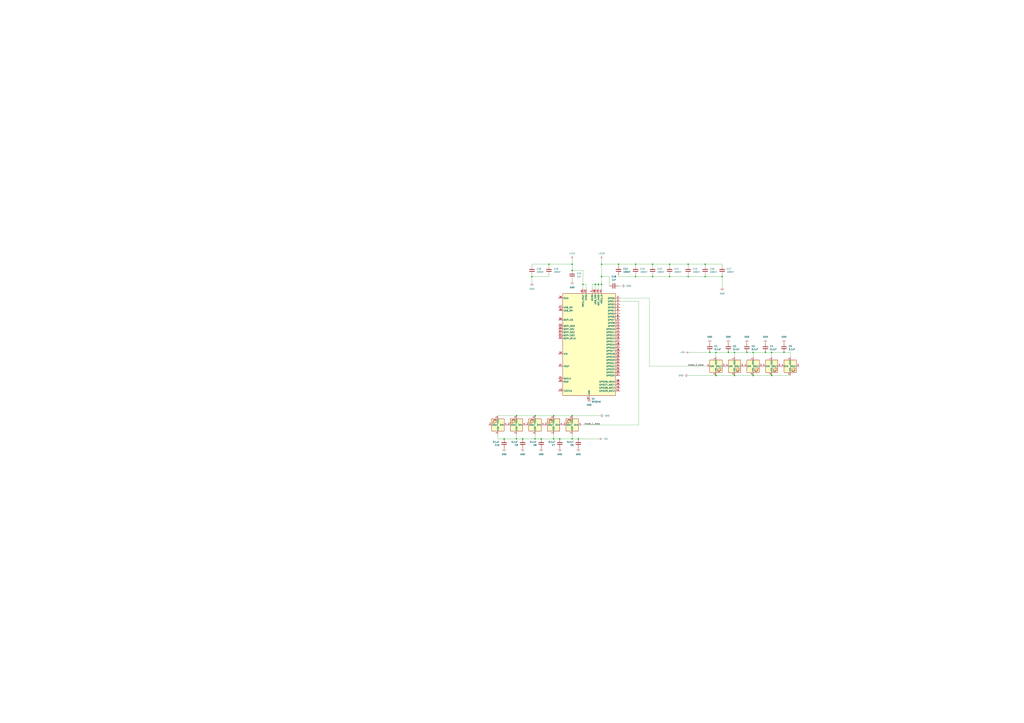
<source format=kicad_sch>
(kicad_sch (version 20230121) (generator eeschema)
  (paper "A1")
  (lib_symbols
    (symbol "Device:C" (pin_numbers hide) (pin_names (offset 0.254))
      (property "Reference" "C" (at 0.635 2.54 0))
      (property "Value" "C" (at 0.635 -2.54 0))
      (symbol "C_0_1"
        (polyline (pts (xy -2.032 -0.762) (xy 2.032 -0.762)) (stroke (width 0.508)))
        (polyline (pts (xy -2.032 0.762) (xy 2.032 0.762)) (stroke (width 0.508)))
      )
      (symbol "C_1_1"
        (pin passive line (at 0 3.81 270) (length 2.794) (name "~") (number "1"))
        (pin passive line (at 0 -3.81 90) (length 2.794) (name "~") (number "2"))
      )
    )
    (symbol "LED:WS2812B" (pin_names (offset 0.254))
      (property "Reference" "D" (at 5.08 5.715 0))
      (property "Value" "WS2812B" (at 1.27 -5.715 0))
      (symbol "WS2812B_0_0"
        (text "RGB" (at 2.286 -4.191 0) (effects (font (size 0.762 0.762))))
      )
      (symbol "WS2812B_0_1"
        (polyline (pts (xy 1.27 -3.556) (xy 1.778 -3.556)))
        (polyline (pts (xy 1.27 -2.54) (xy 1.778 -2.54)))
        (polyline (pts (xy 4.699 -3.556) (xy 2.667 -3.556)))
        (polyline (pts (xy 2.286 -2.54) (xy 1.27 -3.556) (xy 1.27 -3.048)))
        (polyline (pts (xy 2.286 -1.524) (xy 1.27 -2.54) (xy 1.27 -2.032)))
        (polyline (pts (xy 3.683 -1.016) (xy 3.683 -3.556) (xy 3.683 -4.064)))
        (polyline (pts (xy 4.699 -1.524) (xy 2.667 -1.524) (xy 3.683 -3.556) (xy 4.699 -1.524)))
        (rectangle (start 5.08 5.08) (end -5.08 -5.08) (stroke (width 0.254)) (fill (type background)))
      )
      (symbol "WS2812B_1_1"
        (pin power_in line (at 0 7.62 270) (length 2.54) (name "VDD") (number "1"))
        (pin output line (at 7.62 0 180) (length 2.54) (name "DOUT") (number "2"))
        (pin power_in line (at 0 -7.62 90) (length 2.54) (name "VSS") (number "3"))
        (pin input line (at -7.62 0 0) (length 2.54) (name "DIN") (number "4"))
      )
    )
    (symbol "MCU_RaspberryPi:RP2040"
      (property "Reference" "U" (at 17.78 45.72 0))
      (property "Value" "RP2040" (at 17.78 43.18 0))
      (symbol "RP2040_0_1"
        (rectangle (start -21.59 41.91) (end 21.59 -41.91) (stroke (width 0.254)) (fill (type background)))
      )
      (symbol "RP2040_1_1"
        (pin power_in line (at 2.54 45.72 270) (length 3.81) (name "IOVDD") (number "1"))
        (pin passive line (at 2.54 45.72 270) (length 3.81) hide (name "IOVDD") (number "10"))
        (pin bidirectional line (at 25.4 17.78 180) (length 3.81) (name "GPIO8") (number "11"))
        (pin bidirectional line (at 25.4 15.24 180) (length 3.81) (name "GPIO9") (number "12"))
        (pin bidirectional line (at 25.4 12.7 180) (length 3.81) (name "GPIO10") (number "13"))
        (pin bidirectional line (at 25.4 10.16 180) (length 3.81) (name "GPIO11") (number "14"))
        (pin bidirectional line (at 25.4 7.62 180) (length 3.81) (name "GPIO12") (number "15"))
        (pin bidirectional line (at 25.4 5.08 180) (length 3.81) (name "GPIO13") (number "16"))
        (pin bidirectional line (at 25.4 2.54 180) (length 3.81) (name "GPIO14") (number "17"))
        (pin bidirectional line (at 25.4 0 180) (length 3.81) (name "GPIO15") (number "18"))
        (pin input line (at -25.4 -38.1 0) (length 3.81) (name "TESTEN") (number "19"))
        (pin bidirectional line (at 25.4 38.1 180) (length 3.81) (name "GPIO0") (number "2"))
        (pin input line (at -25.4 -7.62 0) (length 3.81) (name "XIN") (number "20"))
        (pin passive line (at -25.4 -17.78 0) (length 3.81) (name "XOUT") (number "21"))
        (pin passive line (at 2.54 45.72 270) (length 3.81) hide (name "IOVDD") (number "22"))
        (pin power_in line (at -2.54 45.72 270) (length 3.81) (name "DVDD") (number "23"))
        (pin input line (at -25.4 -27.94 0) (length 3.81) (name "SWCLK") (number "24"))
        (pin bidirectional line (at -25.4 -30.48 0) (length 3.81) (name "SWD") (number "25"))
        (pin input line (at -25.4 38.1 0) (length 3.81) (name "RUN") (number "26"))
        (pin bidirectional line (at 25.4 -2.54 180) (length 3.81) (name "GPIO16") (number "27"))
        (pin bidirectional line (at 25.4 -5.08 180) (length 3.81) (name "GPIO17") (number "28"))
        (pin bidirectional line (at 25.4 -7.62 180) (length 3.81) (name "GPIO18") (number "29"))
        (pin bidirectional line (at 25.4 35.56 180) (length 3.81) (name "GPIO1") (number "3"))
        (pin bidirectional line (at 25.4 -10.16 180) (length 3.81) (name "GPIO19") (number "30"))
        (pin bidirectional line (at 25.4 -12.7 180) (length 3.81) (name "GPIO20") (number "31"))
        (pin bidirectional line (at 25.4 -15.24 180) (length 3.81) (name "GPIO21") (number "32"))
        (pin passive line (at 2.54 45.72 270) (length 3.81) hide (name "IOVDD") (number "33"))
        (pin bidirectional line (at 25.4 -17.78 180) (length 3.81) (name "GPIO22") (number "34"))
        (pin bidirectional line (at 25.4 -20.32 180) (length 3.81) (name "GPIO23") (number "35"))
        (pin bidirectional line (at 25.4 -22.86 180) (length 3.81) (name "GPIO24") (number "36"))
        (pin bidirectional line (at 25.4 -25.4 180) (length 3.81) (name "GPIO25") (number "37"))
        (pin bidirectional line (at 25.4 -30.48 180) (length 3.81) (name "GPIO26_ADC0") (number "38"))
        (pin bidirectional line (at 25.4 -33.02 180) (length 3.81) (name "GPIO27_ADC1") (number "39"))
        (pin bidirectional line (at 25.4 33.02 180) (length 3.81) (name "GPIO2") (number "4"))
        (pin bidirectional line (at 25.4 -35.56 180) (length 3.81) (name "GPIO28_ADC2") (number "40"))
        (pin bidirectional line (at 25.4 -38.1 180) (length 3.81) (name "GPIO29_ADC3") (number "41"))
        (pin passive line (at 2.54 45.72 270) (length 3.81) hide (name "IOVDD") (number "42"))
        (pin power_in line (at 7.62 45.72 270) (length 3.81) (name "ADC_AVDD") (number "43"))
        (pin power_in line (at 10.16 45.72 270) (length 3.81) (name "VREG_IN") (number "44"))
        (pin power_out line (at -5.08 45.72 270) (length 3.81) (name "VREG_VOUT") (number "45"))
        (pin bidirectional line (at -25.4 27.94 0) (length 3.81) (name "USB_DM") (number "46"))
        (pin bidirectional line (at -25.4 30.48 0) (length 3.81) (name "USB_DP") (number "47"))
        (pin power_in line (at 5.08 45.72 270) (length 3.81) (name "USB_VDD") (number "48"))
        (pin passive line (at 2.54 45.72 270) (length 3.81) hide (name "IOVDD") (number "49"))
        (pin bidirectional line (at 25.4 30.48 180) (length 3.81) (name "GPIO3") (number "5"))
        (pin passive line (at -2.54 45.72 270) (length 3.81) hide (name "DVDD") (number "50"))
        (pin bidirectional line (at -25.4 7.62 0) (length 3.81) (name "QSPI_SD3") (number "51"))
        (pin output line (at -25.4 5.08 0) (length 3.81) (name "QSPI_SCLK") (number "52"))
        (pin bidirectional line (at -25.4 15.24 0) (length 3.81) (name "QSPI_SD0") (number "53"))
        (pin bidirectional line (at -25.4 10.16 0) (length 3.81) (name "QSPI_SD2") (number "54"))
        (pin bidirectional line (at -25.4 12.7 0) (length 3.81) (name "QSPI_SD1") (number "55"))
        (pin bidirectional line (at -25.4 20.32 0) (length 3.81) (name "QSPI_SS") (number "56"))
        (pin power_in line (at 0 -45.72 90) (length 3.81) (name "GND") (number "57"))
        (pin bidirectional line (at 25.4 27.94 180) (length 3.81) (name "GPIO4") (number "6"))
        (pin bidirectional line (at 25.4 25.4 180) (length 3.81) (name "GPIO5") (number "7"))
        (pin bidirectional line (at 25.4 22.86 180) (length 3.81) (name "GPIO6") (number "8"))
        (pin bidirectional line (at 25.4 20.32 180) (length 3.81) (name "GPIO7") (number "9"))
      )
    )
    (symbol "power:+1V1" (power) (pin_names (offset 0))
      (property "Value" "+1V1" (at 0 3.556 0))
      (symbol "+1V1_0_1"
        (polyline (pts (xy -0.762 1.27) (xy 0 2.54)))
        (polyline (pts (xy 0 0) (xy 0 2.54)))
        (polyline (pts (xy 0 2.54) (xy 0.762 1.27)))
      )
      (symbol "+1V1_1_1"
        (pin power_in line (at 0 0 90) (length 0) hide (name "+1V1") (number "1"))
      )
    )
    (symbol "power:+3.3V" (power) (pin_names (offset 0))
      (property "Value" "+3.3V" (at 0 3.556 0))
      (symbol "+3.3V_0_1"
        (polyline (pts (xy -0.762 1.27) (xy 0 2.54)))
        (polyline (pts (xy 0 0) (xy 0 2.54)))
        (polyline (pts (xy 0 2.54) (xy 0.762 1.27)))
      )
      (symbol "+3.3V_1_1"
        (pin power_in line (at 0 0 90) (length 0) hide (name "+3.3V") (number "1"))
      )
    )
    (symbol "power:+5V" (power) (pin_names (offset 0))
      (property "Value" "+5V" (at 0 3.556 0))
      (symbol "+5V_0_1"
        (polyline (pts (xy -0.762 1.27) (xy 0 2.54)))
        (polyline (pts (xy 0 0) (xy 0 2.54)))
        (polyline (pts (xy 0 2.54) (xy 0.762 1.27)))
      )
      (symbol "+5V_1_1"
        (pin power_in line (at 0 0 90) (length 0) hide (name "+5V") (number "1"))
      )
    )
    (symbol "power:GND" (power) (pin_names (offset 0))
      (property "Value" "GND" (at 0 -3.81 0))
      (symbol "GND_0_1"
        (polyline (pts (xy 0 0) (xy 0 -1.27) (xy 1.27 -1.27) (xy 0 -2.54) (xy -1.27 -1.27) (xy 0 -1.27)))
      )
      (symbol "GND_1_1"
        (pin power_in line (at 0 0 270) (length 0) hide (name "GND") (number "1"))
      )
    )
  )
  (junction (at 469.9 341.63))
  (junction (at 549.91 227.33))
  (junction (at 603.25 308.61))
  (junction (at 450.85 217.17))
  (junction (at 598.17 289.56))
  (junction (at 414.02 360.68))
  (junction (at 565.15 227.33))
  (junction (at 643.89 289.56))
  (junction (at 628.65 289.56))
  (junction (at 579.12 227.33))
  (junction (at 613.41 289.56))
  (junction (at 459.74 360.68))
  (junction (at 535.94 217.17))
  (junction (at 494.03 217.17))
  (junction (at 603.25 289.56))
  (junction (at 579.12 217.17))
  (junction (at 454.66 360.68))
  (junction (at 454.66 341.63))
  (junction (at 469.9 217.17))
  (junction (at 424.18 341.63))
  (junction (at 588.01 289.56))
  (junction (at 535.94 227.33))
  (junction (at 494.03 233.68))
  (junction (at 439.42 360.68))
  (junction (at 429.26 360.68))
  (junction (at 549.91 217.17))
  (junction (at 478.79 233.68))
  (junction (at 633.73 289.56))
  (junction (at 494.03 227.33))
  (junction (at 588.01 308.61))
  (junction (at 582.93 289.56))
  (junction (at 444.5 360.68))
  (junction (at 618.49 308.61))
  (junction (at 474.98 360.68))
  (junction (at 491.49 233.68))
  (junction (at 439.42 341.63))
  (junction (at 565.15 217.17))
  (junction (at 488.95 233.68))
  (junction (at 424.18 360.68))
  (junction (at 521.97 217.17))
  (junction (at 508 217.17))
  (junction (at 436.88 227.33))
  (junction (at 521.97 227.33))
  (junction (at 618.49 289.56))
  (junction (at 633.73 308.61))
  (junction (at 469.9 360.68))
  (junction (at 593.09 227.33))
  (junction (at 469.9 222.25))
  (wire (pts (xy 439.42 356.87) (xy 439.42 360.68)))
  (wire (pts (xy 429.26 360.68) (xy 424.18 360.68)))
  (wire (pts (xy 521.97 218.44) (xy 521.97 217.17)))
  (wire (pts (xy 603.25 289.56) (xy 613.41 289.56)))
  (wire (pts (xy 454.66 356.87) (xy 454.66 360.68)))
  (wire (pts (xy 494.03 233.68) (xy 491.49 233.68)))
  (wire (pts (xy 469.9 217.17) (xy 450.85 217.17)))
  (wire (pts (xy 603.25 293.37) (xy 603.25 289.56)))
  (wire (pts (xy 549.91 218.44) (xy 549.91 217.17)))
  (wire (pts (xy 535.94 227.33) (xy 549.91 227.33)))
  (wire (pts (xy 618.49 308.61) (xy 633.73 308.61)))
  (wire (pts (xy 618.49 293.37) (xy 618.49 289.56)))
  (wire (pts (xy 469.9 229.87) (xy 469.9 231.14)))
  (wire (pts (xy 469.9 217.17) (xy 469.9 222.25)))
  (wire (pts (xy 521.97 227.33) (xy 535.94 227.33)))
  (wire (pts (xy 436.88 227.33) (xy 436.88 226.06)))
  (wire (pts (xy 491.49 233.68) (xy 488.95 233.68)))
  (wire (pts (xy 593.09 227.33) (xy 593.09 236.22)))
  (wire (pts (xy 454.66 341.63) (xy 439.42 341.63)))
  (wire (pts (xy 549.91 227.33) (xy 565.15 227.33)))
  (wire (pts (xy 436.88 227.33) (xy 436.88 232.41)))
  (wire (pts (xy 588.01 289.56) (xy 598.17 289.56)))
  (wire (pts (xy 494.03 213.36) (xy 494.03 217.17)))
  (wire (pts (xy 648.97 293.37) (xy 648.97 289.56)))
  (wire (pts (xy 483.87 328.93) (xy 483.87 327.66)))
  (wire (pts (xy 565.15 217.17) (xy 579.12 217.17)))
  (wire (pts (xy 582.93 289.56) (xy 588.01 289.56)))
  (wire (pts (xy 508 234.95) (xy 510.54 234.95)))
  (wire (pts (xy 454.66 360.68) (xy 444.5 360.68)))
  (wire (pts (xy 593.09 227.33) (xy 593.09 226.06)))
  (wire (pts (xy 469.9 213.36) (xy 469.9 217.17)))
  (wire (pts (xy 500.38 227.33) (xy 500.38 234.95)))
  (wire (pts (xy 618.49 289.56) (xy 628.65 289.56)))
  (wire (pts (xy 565.15 218.44) (xy 565.15 217.17)))
  (wire (pts (xy 593.09 217.17) (xy 579.12 217.17)))
  (wire (pts (xy 613.41 289.56) (xy 618.49 289.56)))
  (wire (pts (xy 579.12 218.44) (xy 579.12 217.17)))
  (wire (pts (xy 633.73 308.61) (xy 648.97 308.61)))
  (wire (pts (xy 450.85 227.33) (xy 436.88 227.33)))
  (wire (pts (xy 535.94 217.17) (xy 549.91 217.17)))
  (wire (pts (xy 478.79 233.68) (xy 478.79 222.25)))
  (wire (pts (xy 549.91 227.33) (xy 549.91 226.06)))
  (wire (pts (xy 439.42 360.68) (xy 429.26 360.68)))
  (wire (pts (xy 565.15 227.33) (xy 579.12 227.33)))
  (wire (pts (xy 533.4 245.11) (xy 509.27 245.11)))
  (wire (pts (xy 494.03 227.33) (xy 500.38 227.33)))
  (wire (pts (xy 474.98 360.68) (xy 469.9 360.68)))
  (wire (pts (xy 488.95 233.68) (xy 488.95 237.49)))
  (wire (pts (xy 491.49 233.68) (xy 491.49 237.49)))
  (wire (pts (xy 508 227.33) (xy 521.97 227.33)))
  (wire (pts (xy 436.88 218.44) (xy 436.88 217.17)))
  (wire (pts (xy 488.95 233.68) (xy 486.41 233.68)))
  (wire (pts (xy 494.03 227.33) (xy 494.03 233.68)))
  (wire (pts (xy 439.42 341.63) (xy 424.18 341.63)))
  (wire (pts (xy 424.18 341.63) (xy 408.94 341.63)))
  (wire (pts (xy 643.89 289.56) (xy 648.97 289.56)))
  (wire (pts (xy 450.85 227.33) (xy 450.85 226.06)))
  (wire (pts (xy 603.25 308.61) (xy 618.49 308.61)))
  (wire (pts (xy 414.02 360.68) (xy 408.94 360.68)))
  (wire (pts (xy 508 217.17) (xy 521.97 217.17)))
  (wire (pts (xy 524.51 247.65) (xy 509.27 247.65)))
  (wire (pts (xy 494.03 217.17) (xy 508 217.17)))
  (wire (pts (xy 478.79 233.68) (xy 481.33 233.68)))
  (wire (pts (xy 492.76 341.63) (xy 469.9 341.63)))
  (wire (pts (xy 436.88 217.17) (xy 450.85 217.17)))
  (wire (pts (xy 481.33 233.68) (xy 481.33 237.49)))
  (wire (pts (xy 486.41 233.68) (xy 486.41 237.49)))
  (wire (pts (xy 533.4 300.99) (xy 533.4 245.11)))
  (wire (pts (xy 633.73 289.56) (xy 643.89 289.56)))
  (wire (pts (xy 524.51 349.25) (xy 524.51 247.65)))
  (wire (pts (xy 549.91 217.17) (xy 565.15 217.17)))
  (wire (pts (xy 491.49 360.68) (xy 474.98 360.68)))
  (wire (pts (xy 494.03 233.68) (xy 494.03 237.49)))
  (wire (pts (xy 469.9 356.87) (xy 469.9 360.68)))
  (wire (pts (xy 469.9 341.63) (xy 454.66 341.63)))
  (wire (pts (xy 535.94 218.44) (xy 535.94 217.17)))
  (wire (pts (xy 444.5 360.68) (xy 439.42 360.68)))
  (wire (pts (xy 566.42 289.56) (xy 582.93 289.56)))
  (wire (pts (xy 535.94 227.33) (xy 535.94 226.06)))
  (wire (pts (xy 533.4 300.99) (xy 580.39 300.99)))
  (wire (pts (xy 508 227.33) (xy 508 226.06)))
  (wire (pts (xy 579.12 227.33) (xy 579.12 226.06)))
  (wire (pts (xy 494.03 217.17) (xy 494.03 227.33)))
  (wire (pts (xy 508 218.44) (xy 508 217.17)))
  (wire (pts (xy 459.74 360.68) (xy 454.66 360.68)))
  (wire (pts (xy 469.9 222.25) (xy 478.79 222.25)))
  (wire (pts (xy 521.97 217.17) (xy 535.94 217.17)))
  (wire (pts (xy 450.85 218.44) (xy 450.85 217.17)))
  (wire (pts (xy 478.79 233.68) (xy 478.79 237.49)))
  (wire (pts (xy 598.17 289.56) (xy 603.25 289.56)))
  (wire (pts (xy 565.15 308.61) (xy 588.01 308.61)))
  (wire (pts (xy 424.18 356.87) (xy 424.18 360.68)))
  (wire (pts (xy 424.18 360.68) (xy 414.02 360.68)))
  (wire (pts (xy 628.65 289.56) (xy 633.73 289.56)))
  (wire (pts (xy 524.51 349.25) (xy 477.52 349.25)))
  (wire (pts (xy 565.15 227.33) (xy 565.15 226.06)))
  (wire (pts (xy 593.09 217.17) (xy 593.09 218.44)))
  (wire (pts (xy 408.94 356.87) (xy 408.94 360.68)))
  (wire (pts (xy 588.01 308.61) (xy 603.25 308.61)))
  (wire (pts (xy 469.9 360.68) (xy 459.74 360.68)))
  (wire (pts (xy 588.01 293.37) (xy 588.01 289.56)))
  (wire (pts (xy 521.97 227.33) (xy 521.97 226.06)))
  (wire (pts (xy 579.12 227.33) (xy 593.09 227.33)))
  (wire (pts (xy 633.73 293.37) (xy 633.73 289.56)))
  (label "blade_1_data" (at 492.76 349.25 180))
  (label "blade_2_data" (at 565.15 300.99 0))
  (symbol (lib_id "Device:C") (at 469.9 226.06 180) (unit 1)
    (property "Reference" "C21" (at 473.71 224.79 0) (effects (justify right)))
    (property "Value" "1uF" (at 473.71 227.33 0) (effects (justify right)))
  )
  (symbol (lib_id "LED:WS2812B") (at 469.9 349.25 180) (unit 1)
    (property "Reference" "D6" (effects hide))
    (property "Value" "WS2812B" (effects hide))
    (property "Footprint" "LED_SMD:LED_WS2812B_PLCC4_5.0x5.0mm_P3.2mm" (effects hide))
    (property "Datasheet" "https://cdn-shop.adafruit.com/datasheets/WS2812B.pdf" (effects hide))
  )
  (symbol (lib_id "LED:WS2812B") (at 648.97 300.99 0) (unit 1)
    (property "Reference" "D5" (effects hide))
    (property "Value" "WS2812B" (effects hide))
    (property "Footprint" "LED_SMD:LED_WS2812B_PLCC4_5.0x5.0mm_P3.2mm" (effects hide))
    (property "Datasheet" "https://cdn-shop.adafruit.com/datasheets/WS2812B.pdf" (effects hide))
  )
  (symbol (lib_id "Device:C") (at 508 222.25 0) (unit 1)
    (property "Reference" "C11" (at 511.81 220.98 0) (effects (justify left)))
    (property "Value" "100nF" (at 511.81 223.52 0) (effects (justify left)))
  )
  (symbol (lib_id "Device:C") (at 414.02 364.49 180) (unit 1)
    (property "Reference" "C10" (at 410.21 365.76 0) (effects (justify left)))
    (property "Value" "0.1uF" (at 410.21 363.22 0) (effects (justify left)))
    (property "Footprint" "Capacitor_SMD:C_0402_1005Metric" (effects hide))
  )
  (symbol (lib_id "power:+5V") (at 566.42 289.56 90) (unit 1)
    (property "Reference" "#PWR02" (effects hide))
    (property "Value" "+5V" (at 562.61 289.56 90) (effects (justify left)))
  )
  (symbol (lib_id "LED:WS2812B") (at 603.25 300.99 0) (unit 1)
    (property "Reference" "D2" (effects hide))
    (property "Value" "WS2812B" (effects hide))
    (property "Footprint" "LED_SMD:LED_WS2812B_PLCC4_5.0x5.0mm_P3.2mm" (effects hide))
    (property "Datasheet" "https://cdn-shop.adafruit.com/datasheets/WS2812B.pdf" (effects hide))
  )
  (symbol (lib_id "power:GND") (at 565.15 308.61 270) (unit 1)
    (property "Reference" "#PWR01" (effects hide))
    (property "Value" "GND" (at 561.34 308.61 90) (effects (justify right)))
  )
  (symbol (lib_id "power:GND") (at 643.89 281.94 180) (unit 1)
    (property "Reference" "#PWR07" (effects hide))
    (property "Value" "GND" (at 643.89 276.86 0))
  )
  (symbol (lib_id "power:GND") (at 510.54 234.95 90) (unit 1)
    (property "Reference" "#PWR018" (effects hide))
    (property "Value" "GND" (at 514.35 234.95 90) (effects (justify right)))
  )
  (symbol (lib_id "LED:WS2812B") (at 454.66 349.25 180) (unit 1)
    (property "Reference" "D7" (effects hide))
    (property "Value" "WS2812B" (effects hide))
    (property "Footprint" "LED_SMD:LED_WS2812B_PLCC4_5.0x5.0mm_P3.2mm" (effects hide))
    (property "Datasheet" "https://cdn-shop.adafruit.com/datasheets/WS2812B.pdf" (effects hide))
  )
  (symbol (lib_id "Device:C") (at 444.5 364.49 180) (unit 1)
    (property "Reference" "C8" (at 440.69 365.76 0) (effects (justify left)))
    (property "Value" "0.1uF" (at 440.69 363.22 0) (effects (justify left)))
    (property "Footprint" "Capacitor_SMD:C_0402_1005Metric" (effects hide))
  )
  (symbol (lib_id "Device:C") (at 504.19 234.95 90) (unit 1)
    (property "Reference" "C18" (at 504.19 227.33 90))
    (property "Value" "1uF" (at 504.19 229.87 90))
  )
  (symbol (lib_id "LED:WS2812B") (at 633.73 300.99 0) (unit 1)
    (property "Reference" "D4" (effects hide))
    (property "Value" "WS2812B" (effects hide))
    (property "Footprint" "LED_SMD:LED_WS2812B_PLCC4_5.0x5.0mm_P3.2mm" (effects hide))
    (property "Datasheet" "https://cdn-shop.adafruit.com/datasheets/WS2812B.pdf" (effects hide))
  )
  (symbol (lib_id "Device:C") (at 535.94 222.25 0) (unit 1)
    (property "Reference" "C13" (at 539.75 220.98 0) (effects (justify left)))
    (property "Value" "100nF" (at 539.75 223.52 0) (effects (justify left)))
  )
  (symbol (lib_id "power:GND") (at 474.98 368.3 0) (unit 1)
    (property "Reference" "#PWR010" (effects hide))
    (property "Value" "GND" (at 474.98 373.38 0))
  )
  (symbol (lib_id "Device:C") (at 459.74 364.49 180) (unit 1)
    (property "Reference" "C7" (at 455.93 365.76 0) (effects (justify left)))
    (property "Value" "0.1uF" (at 455.93 363.22 0) (effects (justify left)))
    (property "Footprint" "Capacitor_SMD:C_0402_1005Metric" (effects hide))
  )
  (symbol (lib_id "Device:C") (at 593.09 222.25 0) (unit 1)
    (property "Reference" "C17" (at 596.9 220.98 0) (effects (justify left)))
    (property "Value" "100nF" (at 596.9 223.52 0) (effects (justify left)))
  )
  (symbol (lib_id "power:+1V1") (at 469.9 213.36 0) (unit 1)
    (property "Reference" "#PWR019" (effects hide))
    (property "Value" "+1V1" (at 469.9 208.28 0))
  )
  (symbol (lib_id "Device:C") (at 521.97 222.25 0) (unit 1)
    (property "Reference" "C12" (at 525.78 220.98 0) (effects (justify left)))
    (property "Value" "100nF" (at 525.78 223.52 0) (effects (justify left)))
  )
  (symbol (lib_id "Device:C") (at 579.12 222.25 0) (unit 1)
    (property "Reference" "C16" (at 582.93 220.98 0) (effects (justify left)))
    (property "Value" "100nF" (at 582.93 223.52 0) (effects (justify left)))
  )
  (symbol (lib_id "power:GND") (at 492.76 341.63 90) (unit 1)
    (property "Reference" "#PWR08" (effects hide))
    (property "Value" "GND" (at 496.57 341.63 90) (effects (justify right)))
  )
  (symbol (lib_id "LED:WS2812B") (at 618.49 300.99 0) (unit 1)
    (property "Reference" "D3" (effects hide))
    (property "Value" "WS2812B" (effects hide))
    (property "Footprint" "LED_SMD:LED_WS2812B_PLCC4_5.0x5.0mm_P3.2mm" (effects hide))
    (property "Datasheet" "https://cdn-shop.adafruit.com/datasheets/WS2812B.pdf" (effects hide))
  )
  (symbol (lib_id "Device:C") (at 582.93 285.75 0) (unit 1)
    (property "Reference" "C1" (at 586.74 284.48 0) (effects (justify left)))
    (property "Value" "0.1uF" (at 586.74 287.02 0) (effects (justify left)))
    (property "Footprint" "Capacitor_SMD:C_0402_1005Metric" (effects hide))
  )
  (symbol (lib_id "Device:C") (at 613.41 285.75 0) (unit 1)
    (property "Reference" "C3" (at 617.22 284.48 0) (effects (justify left)))
    (property "Value" "0.1uF" (at 617.22 287.02 0) (effects (justify left)))
    (property "Footprint" "Capacitor_SMD:C_0402_1005Metric" (effects hide))
  )
  (symbol (lib_id "Device:C") (at 436.88 222.25 0) (unit 1)
    (property "Reference" "C20" (at 440.69 220.98 0) (effects (justify left)))
    (property "Value" "100nF" (at 440.69 223.52 0) (effects (justify left)))
  )
  (symbol (lib_id "Device:C") (at 474.98 364.49 180) (unit 1)
    (property "Reference" "C6" (at 471.17 365.76 0) (effects (justify left)))
    (property "Value" "0.1uF" (at 471.17 363.22 0) (effects (justify left)))
    (property "Footprint" "Capacitor_SMD:C_0402_1005Metric" (effects hide))
  )
  (symbol (lib_id "LED:WS2812B") (at 439.42 349.25 180) (unit 1)
    (property "Reference" "D8" (effects hide))
    (property "Value" "WS2812B" (effects hide))
    (property "Footprint" "LED_SMD:LED_WS2812B_PLCC4_5.0x5.0mm_P3.2mm" (effects hide))
    (property "Datasheet" "https://cdn-shop.adafruit.com/datasheets/WS2812B.pdf" (effects hide))
  )
  (symbol (lib_id "LED:WS2812B") (at 424.18 349.25 180) (unit 1)
    (property "Reference" "D9" (effects hide))
    (property "Value" "WS2812B" (effects hide))
    (property "Footprint" "LED_SMD:LED_WS2812B_PLCC4_5.0x5.0mm_P3.2mm" (effects hide))
    (property "Datasheet" "https://cdn-shop.adafruit.com/datasheets/WS2812B.pdf" (effects hide))
  )
  (symbol (lib_id "Device:C") (at 643.89 285.75 0) (unit 1)
    (property "Reference" "C5" (at 647.7 284.48 0) (effects (justify left)))
    (property "Value" "0.1uF" (at 647.7 287.02 0) (effects (justify left)))
    (property "Footprint" "Capacitor_SMD:C_0402_1005Metric" (effects hide))
  )
  (symbol (lib_id "LED:WS2812B") (at 588.01 300.99 0) (unit 1)
    (property "Reference" "D1" (effects hide))
    (property "Value" "WS2812B" (effects hide))
    (property "Footprint" "LED_SMD:LED_WS2812B_PLCC4_5.0x5.0mm_P3.2mm" (effects hide))
    (property "Datasheet" "https://cdn-shop.adafruit.com/datasheets/WS2812B.pdf" (effects hide))
  )
  (symbol (lib_id "power:GND") (at 628.65 281.94 180) (unit 1)
    (property "Reference" "#PWR06" (effects hide))
    (property "Value" "GND" (at 628.65 276.86 0))
  )
  (symbol (lib_id "power:GND") (at 459.74 368.3 0) (unit 1)
    (property "Reference" "#PWR011" (effects hide))
    (property "Value" "GND" (at 459.74 373.38 0))
  )
  (symbol (lib_id "power:GND") (at 593.09 236.22 0) (unit 1)
    (property "Reference" "#PWR017" (effects hide))
    (property "Value" "GND" (at 593.09 241.3 0))
  )
  (symbol (lib_id "power:+3.3V") (at 494.03 213.36 0) (unit 1)
    (property "Reference" "#PWR016" (effects hide))
    (property "Value" "+3.3V" (at 494.03 208.28 0))
  )
  (symbol (lib_id "Device:C") (at 628.65 285.75 0) (unit 1)
    (property "Reference" "C4" (at 632.46 284.48 0) (effects (justify left)))
    (property "Value" "0.1uF" (at 632.46 287.02 0) (effects (justify left)))
    (property "Footprint" "Capacitor_SMD:C_0402_1005Metric" (effects hide))
  )
  (symbol (lib_id "power:GND") (at 444.5 368.3 0) (unit 1)
    (property "Reference" "#PWR012" (effects hide))
    (property "Value" "GND" (at 444.5 373.38 0))
  )
  (symbol (lib_id "Device:C") (at 429.26 364.49 180) (unit 1)
    (property "Reference" "C9" (at 425.45 365.76 0) (effects (justify left)))
    (property "Value" "0.1uF" (at 425.45 363.22 0) (effects (justify left)))
    (property "Footprint" "Capacitor_SMD:C_0402_1005Metric" (effects hide))
  )
  (symbol (lib_id "power:GND") (at 414.02 368.3 0) (unit 1)
    (property "Reference" "#PWR014" (effects hide))
    (property "Value" "GND" (at 414.02 373.38 0))
  )
  (symbol (lib_id "power:GND") (at 436.88 232.41 0) (unit 1)
    (property "Reference" "#PWR020" (effects hide))
    (property "Value" "GND" (at 436.88 237.49 0))
  )
  (symbol (lib_id "power:GND") (at 598.17 281.94 180) (unit 1)
    (property "Reference" "#PWR04" (effects hide))
    (property "Value" "GND" (at 598.17 276.86 0))
  )
  (symbol (lib_id "MCU_RaspberryPi:RP2040") (at 483.87 283.21 0) (unit 1)
    (property "Reference" "U1" (at 485.8259 327.66 0) (effects (justify left)))
    (property "Value" "RP2040" (at 485.8259 330.2 0) (effects (justify left)))
    (property "Footprint" "Package_DFN_QFN:QFN-56-1EP_7x7mm_P0.4mm_EP3.2x3.2mm" (effects hide))
    (property "Datasheet" "https://datasheets.raspberrypi.com/rp2040/rp2040-datasheet.pdf" (effects hide))
  )
  (symbol (lib_id "power:GND") (at 582.93 281.94 180) (unit 1)
    (property "Reference" "#PWR03" (effects hide))
    (property "Value" "GND" (at 582.93 276.86 0))
  )
  (symbol (lib_id "power:GND") (at 613.41 281.94 180) (unit 1)
    (property "Reference" "#PWR05" (effects hide))
    (property "Value" "GND" (at 613.41 276.86 0))
  )
  (symbol (lib_id "power:GND") (at 469.9 231.14 0) (unit 1)
    (property "Reference" "#PWR021" (effects hide))
    (property "Value" "GND" (at 469.9 236.22 0))
  )
  (symbol (lib_id "LED:WS2812B") (at 408.94 349.25 180) (unit 1)
    (property "Reference" "D10" (effects hide))
    (property "Value" "WS2812B" (effects hide))
    (property "Footprint" "LED_SMD:LED_WS2812B_PLCC4_5.0x5.0mm_P3.2mm" (effects hide))
    (property "Datasheet" "https://cdn-shop.adafruit.com/datasheets/WS2812B.pdf" (effects hide))
  )
  (symbol (lib_id "Device:C") (at 450.85 222.25 0) (unit 1)
    (property "Reference" "C19" (at 454.66 220.98 0) (effects (justify left)))
    (property "Value" "100nF" (at 454.66 223.52 0) (effects (justify left)))
  )
  (symbol (lib_id "power:+5V") (at 491.49 360.68 270) (unit 1)
    (property "Reference" "#PWR09" (effects hide))
    (property "Value" "+5V" (at 495.3 360.68 90) (effects (justify left)))
  )
  (symbol (lib_id "power:GND") (at 483.87 327.66 0) (unit 1)
    (property "Reference" "#PWR015" (effects hide))
    (property "Value" "GND" (at 483.87 332.74 0))
  )
  (symbol (lib_id "Device:C") (at 598.17 285.75 0) (unit 1)
    (property "Reference" "C2" (at 601.98 284.48 0) (effects (justify left)))
    (property "Value" "0.1uF" (at 601.98 287.02 0) (effects (justify left)))
    (property "Footprint" "Capacitor_SMD:C_0402_1005Metric" (effects hide))
  )
  (symbol (lib_id "power:GND") (at 429.26 368.3 0) (unit 1)
    (property "Reference" "#PWR013" (effects hide))
    (property "Value" "GND" (at 429.26 373.38 0))
  )
  (symbol (lib_id "Device:C") (at 565.15 222.25 0) (unit 1)
    (property "Reference" "C15" (at 568.96 220.98 0) (effects (justify left)))
    (property "Value" "100nF" (at 568.96 223.52 0) (effects (justify left)))
  )
  (symbol (lib_id "Device:C") (at 549.91 222.25 0) (unit 1)
    (property "Reference" "C14" (at 553.72 220.98 0) (effects (justify left)))
    (property "Value" "100nF" (at 553.72 223.52 0) (effects (justify left)))
  )
)
</source>
